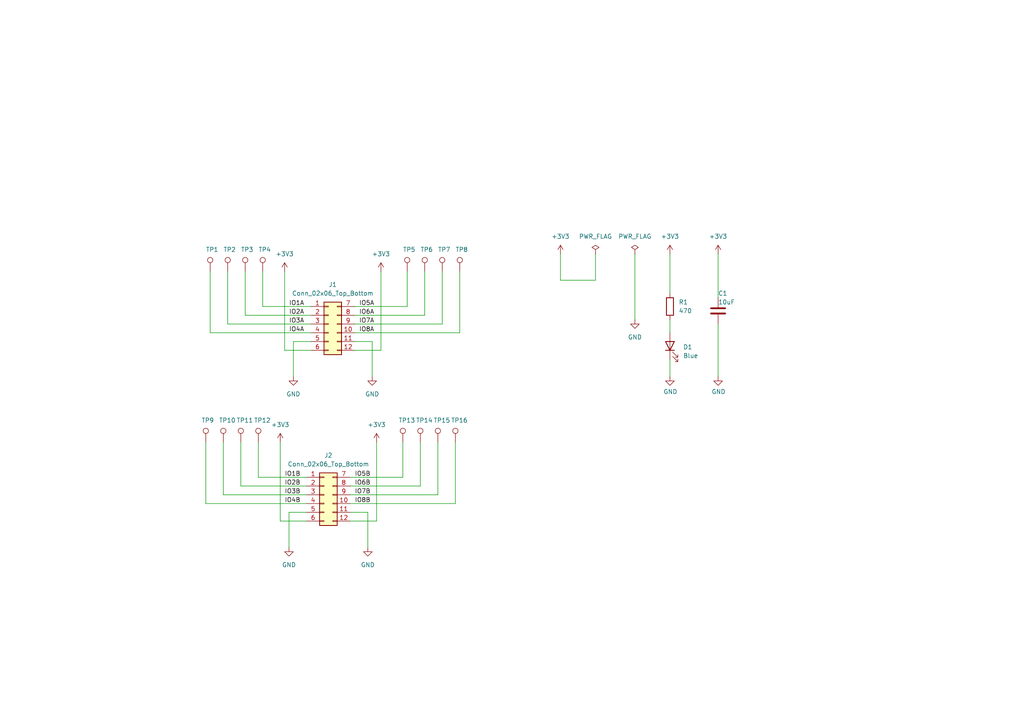
<source format=kicad_sch>
(kicad_sch (version 20211123) (generator eeschema)

  (uuid e9de1193-cbc9-4f63-9137-d1a34bf1c3a1)

  (paper "A4")

  (title_block
    (title "PMOD proto board")
    (date "2022-12-20")
    (rev "V1.0")
    (company "https://github.com/atoomnetmarc/PMOD-proto-board")
  )

  (lib_symbols
    (symbol "Connector:TestPoint" (pin_numbers hide) (pin_names (offset 0.762) hide) (in_bom yes) (on_board yes)
      (property "Reference" "TP" (id 0) (at 0 6.858 0)
        (effects (font (size 1.27 1.27)))
      )
      (property "Value" "TestPoint" (id 1) (at 0 5.08 0)
        (effects (font (size 1.27 1.27)))
      )
      (property "Footprint" "" (id 2) (at 5.08 0 0)
        (effects (font (size 1.27 1.27)) hide)
      )
      (property "Datasheet" "~" (id 3) (at 5.08 0 0)
        (effects (font (size 1.27 1.27)) hide)
      )
      (property "ki_keywords" "test point tp" (id 4) (at 0 0 0)
        (effects (font (size 1.27 1.27)) hide)
      )
      (property "ki_description" "test point" (id 5) (at 0 0 0)
        (effects (font (size 1.27 1.27)) hide)
      )
      (property "ki_fp_filters" "Pin* Test*" (id 6) (at 0 0 0)
        (effects (font (size 1.27 1.27)) hide)
      )
      (symbol "TestPoint_0_1"
        (circle (center 0 3.302) (radius 0.762)
          (stroke (width 0) (type default) (color 0 0 0 0))
          (fill (type none))
        )
      )
      (symbol "TestPoint_1_1"
        (pin passive line (at 0 0 90) (length 2.54)
          (name "1" (effects (font (size 1.27 1.27))))
          (number "1" (effects (font (size 1.27 1.27))))
        )
      )
    )
    (symbol "Connector_Generic:Conn_02x06_Top_Bottom" (pin_names (offset 1.016) hide) (in_bom yes) (on_board yes)
      (property "Reference" "J" (id 0) (at 1.27 7.62 0)
        (effects (font (size 1.27 1.27)))
      )
      (property "Value" "Conn_02x06_Top_Bottom" (id 1) (at 1.27 -10.16 0)
        (effects (font (size 1.27 1.27)))
      )
      (property "Footprint" "" (id 2) (at 0 0 0)
        (effects (font (size 1.27 1.27)) hide)
      )
      (property "Datasheet" "~" (id 3) (at 0 0 0)
        (effects (font (size 1.27 1.27)) hide)
      )
      (property "ki_keywords" "connector" (id 4) (at 0 0 0)
        (effects (font (size 1.27 1.27)) hide)
      )
      (property "ki_description" "Generic connector, double row, 02x06, top/bottom pin numbering scheme (row 1: 1...pins_per_row, row2: pins_per_row+1 ... num_pins), script generated (kicad-library-utils/schlib/autogen/connector/)" (id 5) (at 0 0 0)
        (effects (font (size 1.27 1.27)) hide)
      )
      (property "ki_fp_filters" "Connector*:*_2x??_*" (id 6) (at 0 0 0)
        (effects (font (size 1.27 1.27)) hide)
      )
      (symbol "Conn_02x06_Top_Bottom_1_1"
        (rectangle (start -1.27 -7.493) (end 0 -7.747)
          (stroke (width 0.1524) (type default) (color 0 0 0 0))
          (fill (type none))
        )
        (rectangle (start -1.27 -4.953) (end 0 -5.207)
          (stroke (width 0.1524) (type default) (color 0 0 0 0))
          (fill (type none))
        )
        (rectangle (start -1.27 -2.413) (end 0 -2.667)
          (stroke (width 0.1524) (type default) (color 0 0 0 0))
          (fill (type none))
        )
        (rectangle (start -1.27 0.127) (end 0 -0.127)
          (stroke (width 0.1524) (type default) (color 0 0 0 0))
          (fill (type none))
        )
        (rectangle (start -1.27 2.667) (end 0 2.413)
          (stroke (width 0.1524) (type default) (color 0 0 0 0))
          (fill (type none))
        )
        (rectangle (start -1.27 5.207) (end 0 4.953)
          (stroke (width 0.1524) (type default) (color 0 0 0 0))
          (fill (type none))
        )
        (rectangle (start -1.27 6.35) (end 3.81 -8.89)
          (stroke (width 0.254) (type default) (color 0 0 0 0))
          (fill (type background))
        )
        (rectangle (start 3.81 -7.493) (end 2.54 -7.747)
          (stroke (width 0.1524) (type default) (color 0 0 0 0))
          (fill (type none))
        )
        (rectangle (start 3.81 -4.953) (end 2.54 -5.207)
          (stroke (width 0.1524) (type default) (color 0 0 0 0))
          (fill (type none))
        )
        (rectangle (start 3.81 -2.413) (end 2.54 -2.667)
          (stroke (width 0.1524) (type default) (color 0 0 0 0))
          (fill (type none))
        )
        (rectangle (start 3.81 0.127) (end 2.54 -0.127)
          (stroke (width 0.1524) (type default) (color 0 0 0 0))
          (fill (type none))
        )
        (rectangle (start 3.81 2.667) (end 2.54 2.413)
          (stroke (width 0.1524) (type default) (color 0 0 0 0))
          (fill (type none))
        )
        (rectangle (start 3.81 5.207) (end 2.54 4.953)
          (stroke (width 0.1524) (type default) (color 0 0 0 0))
          (fill (type none))
        )
        (pin passive line (at -5.08 5.08 0) (length 3.81)
          (name "Pin_1" (effects (font (size 1.27 1.27))))
          (number "1" (effects (font (size 1.27 1.27))))
        )
        (pin passive line (at 7.62 -2.54 180) (length 3.81)
          (name "Pin_10" (effects (font (size 1.27 1.27))))
          (number "10" (effects (font (size 1.27 1.27))))
        )
        (pin passive line (at 7.62 -5.08 180) (length 3.81)
          (name "Pin_11" (effects (font (size 1.27 1.27))))
          (number "11" (effects (font (size 1.27 1.27))))
        )
        (pin passive line (at 7.62 -7.62 180) (length 3.81)
          (name "Pin_12" (effects (font (size 1.27 1.27))))
          (number "12" (effects (font (size 1.27 1.27))))
        )
        (pin passive line (at -5.08 2.54 0) (length 3.81)
          (name "Pin_2" (effects (font (size 1.27 1.27))))
          (number "2" (effects (font (size 1.27 1.27))))
        )
        (pin passive line (at -5.08 0 0) (length 3.81)
          (name "Pin_3" (effects (font (size 1.27 1.27))))
          (number "3" (effects (font (size 1.27 1.27))))
        )
        (pin passive line (at -5.08 -2.54 0) (length 3.81)
          (name "Pin_4" (effects (font (size 1.27 1.27))))
          (number "4" (effects (font (size 1.27 1.27))))
        )
        (pin passive line (at -5.08 -5.08 0) (length 3.81)
          (name "Pin_5" (effects (font (size 1.27 1.27))))
          (number "5" (effects (font (size 1.27 1.27))))
        )
        (pin passive line (at -5.08 -7.62 0) (length 3.81)
          (name "Pin_6" (effects (font (size 1.27 1.27))))
          (number "6" (effects (font (size 1.27 1.27))))
        )
        (pin passive line (at 7.62 5.08 180) (length 3.81)
          (name "Pin_7" (effects (font (size 1.27 1.27))))
          (number "7" (effects (font (size 1.27 1.27))))
        )
        (pin passive line (at 7.62 2.54 180) (length 3.81)
          (name "Pin_8" (effects (font (size 1.27 1.27))))
          (number "8" (effects (font (size 1.27 1.27))))
        )
        (pin passive line (at 7.62 0 180) (length 3.81)
          (name "Pin_9" (effects (font (size 1.27 1.27))))
          (number "9" (effects (font (size 1.27 1.27))))
        )
      )
    )
    (symbol "Device:C" (pin_numbers hide) (pin_names (offset 0.254)) (in_bom yes) (on_board yes)
      (property "Reference" "C" (id 0) (at 0.635 2.54 0)
        (effects (font (size 1.27 1.27)) (justify left))
      )
      (property "Value" "C" (id 1) (at 0.635 -2.54 0)
        (effects (font (size 1.27 1.27)) (justify left))
      )
      (property "Footprint" "" (id 2) (at 0.9652 -3.81 0)
        (effects (font (size 1.27 1.27)) hide)
      )
      (property "Datasheet" "~" (id 3) (at 0 0 0)
        (effects (font (size 1.27 1.27)) hide)
      )
      (property "ki_keywords" "cap capacitor" (id 4) (at 0 0 0)
        (effects (font (size 1.27 1.27)) hide)
      )
      (property "ki_description" "Unpolarized capacitor" (id 5) (at 0 0 0)
        (effects (font (size 1.27 1.27)) hide)
      )
      (property "ki_fp_filters" "C_*" (id 6) (at 0 0 0)
        (effects (font (size 1.27 1.27)) hide)
      )
      (symbol "C_0_1"
        (polyline
          (pts
            (xy -2.032 -0.762)
            (xy 2.032 -0.762)
          )
          (stroke (width 0.508) (type default) (color 0 0 0 0))
          (fill (type none))
        )
        (polyline
          (pts
            (xy -2.032 0.762)
            (xy 2.032 0.762)
          )
          (stroke (width 0.508) (type default) (color 0 0 0 0))
          (fill (type none))
        )
      )
      (symbol "C_1_1"
        (pin passive line (at 0 3.81 270) (length 2.794)
          (name "~" (effects (font (size 1.27 1.27))))
          (number "1" (effects (font (size 1.27 1.27))))
        )
        (pin passive line (at 0 -3.81 90) (length 2.794)
          (name "~" (effects (font (size 1.27 1.27))))
          (number "2" (effects (font (size 1.27 1.27))))
        )
      )
    )
    (symbol "Device:LED" (pin_numbers hide) (pin_names (offset 1.016) hide) (in_bom yes) (on_board yes)
      (property "Reference" "D" (id 0) (at 0 2.54 0)
        (effects (font (size 1.27 1.27)))
      )
      (property "Value" "LED" (id 1) (at 0 -2.54 0)
        (effects (font (size 1.27 1.27)))
      )
      (property "Footprint" "" (id 2) (at 0 0 0)
        (effects (font (size 1.27 1.27)) hide)
      )
      (property "Datasheet" "~" (id 3) (at 0 0 0)
        (effects (font (size 1.27 1.27)) hide)
      )
      (property "ki_keywords" "LED diode" (id 4) (at 0 0 0)
        (effects (font (size 1.27 1.27)) hide)
      )
      (property "ki_description" "Light emitting diode" (id 5) (at 0 0 0)
        (effects (font (size 1.27 1.27)) hide)
      )
      (property "ki_fp_filters" "LED* LED_SMD:* LED_THT:*" (id 6) (at 0 0 0)
        (effects (font (size 1.27 1.27)) hide)
      )
      (symbol "LED_0_1"
        (polyline
          (pts
            (xy -1.27 -1.27)
            (xy -1.27 1.27)
          )
          (stroke (width 0.254) (type default) (color 0 0 0 0))
          (fill (type none))
        )
        (polyline
          (pts
            (xy -1.27 0)
            (xy 1.27 0)
          )
          (stroke (width 0) (type default) (color 0 0 0 0))
          (fill (type none))
        )
        (polyline
          (pts
            (xy 1.27 -1.27)
            (xy 1.27 1.27)
            (xy -1.27 0)
            (xy 1.27 -1.27)
          )
          (stroke (width 0.254) (type default) (color 0 0 0 0))
          (fill (type none))
        )
        (polyline
          (pts
            (xy -3.048 -0.762)
            (xy -4.572 -2.286)
            (xy -3.81 -2.286)
            (xy -4.572 -2.286)
            (xy -4.572 -1.524)
          )
          (stroke (width 0) (type default) (color 0 0 0 0))
          (fill (type none))
        )
        (polyline
          (pts
            (xy -1.778 -0.762)
            (xy -3.302 -2.286)
            (xy -2.54 -2.286)
            (xy -3.302 -2.286)
            (xy -3.302 -1.524)
          )
          (stroke (width 0) (type default) (color 0 0 0 0))
          (fill (type none))
        )
      )
      (symbol "LED_1_1"
        (pin passive line (at -3.81 0 0) (length 2.54)
          (name "K" (effects (font (size 1.27 1.27))))
          (number "1" (effects (font (size 1.27 1.27))))
        )
        (pin passive line (at 3.81 0 180) (length 2.54)
          (name "A" (effects (font (size 1.27 1.27))))
          (number "2" (effects (font (size 1.27 1.27))))
        )
      )
    )
    (symbol "Device:R" (pin_numbers hide) (pin_names (offset 0)) (in_bom yes) (on_board yes)
      (property "Reference" "R" (id 0) (at 2.032 0 90)
        (effects (font (size 1.27 1.27)))
      )
      (property "Value" "R" (id 1) (at 0 0 90)
        (effects (font (size 1.27 1.27)))
      )
      (property "Footprint" "" (id 2) (at -1.778 0 90)
        (effects (font (size 1.27 1.27)) hide)
      )
      (property "Datasheet" "~" (id 3) (at 0 0 0)
        (effects (font (size 1.27 1.27)) hide)
      )
      (property "ki_keywords" "R res resistor" (id 4) (at 0 0 0)
        (effects (font (size 1.27 1.27)) hide)
      )
      (property "ki_description" "Resistor" (id 5) (at 0 0 0)
        (effects (font (size 1.27 1.27)) hide)
      )
      (property "ki_fp_filters" "R_*" (id 6) (at 0 0 0)
        (effects (font (size 1.27 1.27)) hide)
      )
      (symbol "R_0_1"
        (rectangle (start -1.016 -2.54) (end 1.016 2.54)
          (stroke (width 0.254) (type default) (color 0 0 0 0))
          (fill (type none))
        )
      )
      (symbol "R_1_1"
        (pin passive line (at 0 3.81 270) (length 1.27)
          (name "~" (effects (font (size 1.27 1.27))))
          (number "1" (effects (font (size 1.27 1.27))))
        )
        (pin passive line (at 0 -3.81 90) (length 1.27)
          (name "~" (effects (font (size 1.27 1.27))))
          (number "2" (effects (font (size 1.27 1.27))))
        )
      )
    )
    (symbol "power:+3V3" (power) (pin_names (offset 0)) (in_bom yes) (on_board yes)
      (property "Reference" "#PWR" (id 0) (at 0 -3.81 0)
        (effects (font (size 1.27 1.27)) hide)
      )
      (property "Value" "+3V3" (id 1) (at 0 3.556 0)
        (effects (font (size 1.27 1.27)))
      )
      (property "Footprint" "" (id 2) (at 0 0 0)
        (effects (font (size 1.27 1.27)) hide)
      )
      (property "Datasheet" "" (id 3) (at 0 0 0)
        (effects (font (size 1.27 1.27)) hide)
      )
      (property "ki_keywords" "power-flag" (id 4) (at 0 0 0)
        (effects (font (size 1.27 1.27)) hide)
      )
      (property "ki_description" "Power symbol creates a global label with name \"+3V3\"" (id 5) (at 0 0 0)
        (effects (font (size 1.27 1.27)) hide)
      )
      (symbol "+3V3_0_1"
        (polyline
          (pts
            (xy -0.762 1.27)
            (xy 0 2.54)
          )
          (stroke (width 0) (type default) (color 0 0 0 0))
          (fill (type none))
        )
        (polyline
          (pts
            (xy 0 0)
            (xy 0 2.54)
          )
          (stroke (width 0) (type default) (color 0 0 0 0))
          (fill (type none))
        )
        (polyline
          (pts
            (xy 0 2.54)
            (xy 0.762 1.27)
          )
          (stroke (width 0) (type default) (color 0 0 0 0))
          (fill (type none))
        )
      )
      (symbol "+3V3_1_1"
        (pin power_in line (at 0 0 90) (length 0) hide
          (name "+3V3" (effects (font (size 1.27 1.27))))
          (number "1" (effects (font (size 1.27 1.27))))
        )
      )
    )
    (symbol "power:GND" (power) (pin_names (offset 0)) (in_bom yes) (on_board yes)
      (property "Reference" "#PWR" (id 0) (at 0 -6.35 0)
        (effects (font (size 1.27 1.27)) hide)
      )
      (property "Value" "GND" (id 1) (at 0 -3.81 0)
        (effects (font (size 1.27 1.27)))
      )
      (property "Footprint" "" (id 2) (at 0 0 0)
        (effects (font (size 1.27 1.27)) hide)
      )
      (property "Datasheet" "" (id 3) (at 0 0 0)
        (effects (font (size 1.27 1.27)) hide)
      )
      (property "ki_keywords" "power-flag" (id 4) (at 0 0 0)
        (effects (font (size 1.27 1.27)) hide)
      )
      (property "ki_description" "Power symbol creates a global label with name \"GND\" , ground" (id 5) (at 0 0 0)
        (effects (font (size 1.27 1.27)) hide)
      )
      (symbol "GND_0_1"
        (polyline
          (pts
            (xy 0 0)
            (xy 0 -1.27)
            (xy 1.27 -1.27)
            (xy 0 -2.54)
            (xy -1.27 -1.27)
            (xy 0 -1.27)
          )
          (stroke (width 0) (type default) (color 0 0 0 0))
          (fill (type none))
        )
      )
      (symbol "GND_1_1"
        (pin power_in line (at 0 0 270) (length 0) hide
          (name "GND" (effects (font (size 1.27 1.27))))
          (number "1" (effects (font (size 1.27 1.27))))
        )
      )
    )
    (symbol "power:PWR_FLAG" (power) (pin_numbers hide) (pin_names (offset 0) hide) (in_bom yes) (on_board yes)
      (property "Reference" "#FLG" (id 0) (at 0 1.905 0)
        (effects (font (size 1.27 1.27)) hide)
      )
      (property "Value" "PWR_FLAG" (id 1) (at 0 3.81 0)
        (effects (font (size 1.27 1.27)))
      )
      (property "Footprint" "" (id 2) (at 0 0 0)
        (effects (font (size 1.27 1.27)) hide)
      )
      (property "Datasheet" "~" (id 3) (at 0 0 0)
        (effects (font (size 1.27 1.27)) hide)
      )
      (property "ki_keywords" "power-flag" (id 4) (at 0 0 0)
        (effects (font (size 1.27 1.27)) hide)
      )
      (property "ki_description" "Special symbol for telling ERC where power comes from" (id 5) (at 0 0 0)
        (effects (font (size 1.27 1.27)) hide)
      )
      (symbol "PWR_FLAG_0_0"
        (pin power_out line (at 0 0 90) (length 0)
          (name "pwr" (effects (font (size 1.27 1.27))))
          (number "1" (effects (font (size 1.27 1.27))))
        )
      )
      (symbol "PWR_FLAG_0_1"
        (polyline
          (pts
            (xy 0 0)
            (xy 0 1.27)
            (xy -1.016 1.905)
            (xy 0 2.54)
            (xy 1.016 1.905)
            (xy 0 1.27)
          )
          (stroke (width 0) (type default) (color 0 0 0 0))
          (fill (type none))
        )
      )
    )
  )


  (wire (pts (xy 102.87 93.98) (xy 128.27 93.98))
    (stroke (width 0) (type default) (color 0 0 0 0))
    (uuid 02f77a3c-d6bd-4cf3-823f-d00ad695bfa4)
  )
  (wire (pts (xy 101.6 146.05) (xy 132.08 146.05))
    (stroke (width 0) (type default) (color 0 0 0 0))
    (uuid 0621c1c3-8d0f-4e21-b9b5-2bfde987074a)
  )
  (wire (pts (xy 127 143.51) (xy 127 128.27))
    (stroke (width 0) (type default) (color 0 0 0 0))
    (uuid 0f2e85b1-f527-4f19-9775-e7ca7ca0b3a9)
  )
  (wire (pts (xy 88.9 143.51) (xy 64.77 143.51))
    (stroke (width 0) (type default) (color 0 0 0 0))
    (uuid 1485f07f-b8e5-4c7f-bd73-9954d079adfe)
  )
  (wire (pts (xy 64.77 143.51) (xy 64.77 128.27))
    (stroke (width 0) (type default) (color 0 0 0 0))
    (uuid 14fa5f29-54f7-4191-85e3-42a808988034)
  )
  (wire (pts (xy 82.55 101.6) (xy 82.55 78.74))
    (stroke (width 0) (type default) (color 0 0 0 0))
    (uuid 1fe44d6c-9aa3-48bf-9d42-c0fbbfeb386a)
  )
  (wire (pts (xy 102.87 96.52) (xy 133.35 96.52))
    (stroke (width 0) (type default) (color 0 0 0 0))
    (uuid 20a8e53e-5ac3-4bbc-ad1a-c3e2b8b1d7e5)
  )
  (wire (pts (xy 81.28 151.13) (xy 88.9 151.13))
    (stroke (width 0) (type default) (color 0 0 0 0))
    (uuid 23483a21-bae8-4c9c-871a-97b6bcdf1676)
  )
  (wire (pts (xy 172.72 81.28) (xy 162.56 81.28))
    (stroke (width 0) (type default) (color 0 0 0 0))
    (uuid 28e291c6-9805-4987-9853-7668eb86dfd4)
  )
  (wire (pts (xy 194.31 96.52) (xy 194.31 92.71))
    (stroke (width 0) (type default) (color 0 0 0 0))
    (uuid 296978e8-1d4e-47a9-b06c-ba73d15ca8f7)
  )
  (wire (pts (xy 121.92 140.97) (xy 121.92 128.27))
    (stroke (width 0) (type default) (color 0 0 0 0))
    (uuid 2a07b84a-0539-449e-9b80-ffae3e99aad4)
  )
  (wire (pts (xy 74.93 138.43) (xy 74.93 128.27))
    (stroke (width 0) (type default) (color 0 0 0 0))
    (uuid 30c08774-ad2a-4dd8-a1c4-2afabcdd5928)
  )
  (wire (pts (xy 102.87 91.44) (xy 123.19 91.44))
    (stroke (width 0) (type default) (color 0 0 0 0))
    (uuid 33fbb824-5c29-4006-99e4-ade74b916b3b)
  )
  (wire (pts (xy 107.95 99.06) (xy 107.95 109.22))
    (stroke (width 0) (type default) (color 0 0 0 0))
    (uuid 39b7eaed-7b6a-4e8e-b585-ecc4bcc7d38d)
  )
  (wire (pts (xy 194.31 104.14) (xy 194.31 109.22))
    (stroke (width 0) (type default) (color 0 0 0 0))
    (uuid 3e11929e-2010-468c-814a-5ac0e56254ad)
  )
  (wire (pts (xy 102.87 88.9) (xy 118.11 88.9))
    (stroke (width 0) (type default) (color 0 0 0 0))
    (uuid 423b871b-d249-4a56-a9e0-7712b94b51d8)
  )
  (wire (pts (xy 184.15 73.66) (xy 184.15 92.71))
    (stroke (width 0) (type default) (color 0 0 0 0))
    (uuid 48533e79-a455-4da4-9425-2004e37c00be)
  )
  (wire (pts (xy 88.9 140.97) (xy 69.85 140.97))
    (stroke (width 0) (type default) (color 0 0 0 0))
    (uuid 4cd19e29-5b9b-48b4-9367-8d316c93cf17)
  )
  (wire (pts (xy 123.19 91.44) (xy 123.19 78.74))
    (stroke (width 0) (type default) (color 0 0 0 0))
    (uuid 4d0cca39-c944-4d1c-bdf5-57f4fd89865c)
  )
  (wire (pts (xy 110.49 101.6) (xy 110.49 78.74))
    (stroke (width 0) (type default) (color 0 0 0 0))
    (uuid 4fef74a9-6c6f-4ffd-aab1-ca34178c6653)
  )
  (wire (pts (xy 132.08 146.05) (xy 132.08 128.27))
    (stroke (width 0) (type default) (color 0 0 0 0))
    (uuid 511b6365-e0f2-4539-a919-2e1482fd2ec4)
  )
  (wire (pts (xy 90.17 93.98) (xy 66.04 93.98))
    (stroke (width 0) (type default) (color 0 0 0 0))
    (uuid 55ea6205-d275-48ee-a6ba-83915ea43a69)
  )
  (wire (pts (xy 82.55 101.6) (xy 90.17 101.6))
    (stroke (width 0) (type default) (color 0 0 0 0))
    (uuid 5f85ec17-bf65-4621-aa1c-16aa5e72c2d2)
  )
  (wire (pts (xy 88.9 146.05) (xy 59.69 146.05))
    (stroke (width 0) (type default) (color 0 0 0 0))
    (uuid 6d8c7cea-55e2-4d7d-b680-fe41f69f8e61)
  )
  (wire (pts (xy 109.22 151.13) (xy 109.22 128.27))
    (stroke (width 0) (type default) (color 0 0 0 0))
    (uuid 6f2d30cb-dfb0-4d10-8986-053d26b664a8)
  )
  (wire (pts (xy 118.11 88.9) (xy 118.11 78.74))
    (stroke (width 0) (type default) (color 0 0 0 0))
    (uuid 74f6a048-748f-4ba2-a957-7a989f7a1d0d)
  )
  (wire (pts (xy 102.87 101.6) (xy 110.49 101.6))
    (stroke (width 0) (type default) (color 0 0 0 0))
    (uuid 79c958b9-fcbb-4345-958c-c7c8f6e81738)
  )
  (wire (pts (xy 101.6 151.13) (xy 109.22 151.13))
    (stroke (width 0) (type default) (color 0 0 0 0))
    (uuid 7a9e13b9-3fb1-4fa4-abed-393625eebbb5)
  )
  (wire (pts (xy 85.09 99.06) (xy 90.17 99.06))
    (stroke (width 0) (type default) (color 0 0 0 0))
    (uuid 7ad50841-27a9-4b05-8487-19d726785785)
  )
  (wire (pts (xy 101.6 140.97) (xy 121.92 140.97))
    (stroke (width 0) (type default) (color 0 0 0 0))
    (uuid 7ffbd143-9adb-4d3e-af40-2c6ad6fe2cbd)
  )
  (wire (pts (xy 128.27 93.98) (xy 128.27 78.74))
    (stroke (width 0) (type default) (color 0 0 0 0))
    (uuid 83f468f4-c99c-499f-9a4e-3906242226d8)
  )
  (wire (pts (xy 69.85 140.97) (xy 69.85 128.27))
    (stroke (width 0) (type default) (color 0 0 0 0))
    (uuid 8ad41da7-6fd1-4568-ac1c-75f7339743ea)
  )
  (wire (pts (xy 101.6 143.51) (xy 127 143.51))
    (stroke (width 0) (type default) (color 0 0 0 0))
    (uuid 9ab25142-d5b4-41a8-806e-8e02f6f59620)
  )
  (wire (pts (xy 60.96 96.52) (xy 60.96 78.74))
    (stroke (width 0) (type default) (color 0 0 0 0))
    (uuid a182c1c1-db0e-40fd-b67e-99cae5471348)
  )
  (wire (pts (xy 133.35 96.52) (xy 133.35 78.74))
    (stroke (width 0) (type default) (color 0 0 0 0))
    (uuid aabc8e38-86df-4b53-b756-a13cc6053d27)
  )
  (wire (pts (xy 194.31 73.66) (xy 194.31 85.09))
    (stroke (width 0) (type default) (color 0 0 0 0))
    (uuid ac51f087-1f59-4c81-b854-70fa865c0b71)
  )
  (wire (pts (xy 76.2 88.9) (xy 76.2 78.74))
    (stroke (width 0) (type default) (color 0 0 0 0))
    (uuid b126d994-4429-45bb-91fe-0b3dcb3eff13)
  )
  (wire (pts (xy 85.09 99.06) (xy 85.09 109.22))
    (stroke (width 0) (type default) (color 0 0 0 0))
    (uuid b2c981b0-5247-4eca-8ffe-93b82946ca8c)
  )
  (wire (pts (xy 90.17 88.9) (xy 76.2 88.9))
    (stroke (width 0) (type default) (color 0 0 0 0))
    (uuid cb47042a-a11e-4c4f-b402-008f0b58c7e7)
  )
  (wire (pts (xy 59.69 146.05) (xy 59.69 128.27))
    (stroke (width 0) (type default) (color 0 0 0 0))
    (uuid cdc3151d-9a9f-4c39-a2e6-cb728dc43510)
  )
  (wire (pts (xy 101.6 148.59) (xy 106.68 148.59))
    (stroke (width 0) (type default) (color 0 0 0 0))
    (uuid d403848e-3d0f-462d-b005-622211430b22)
  )
  (wire (pts (xy 83.82 148.59) (xy 88.9 148.59))
    (stroke (width 0) (type default) (color 0 0 0 0))
    (uuid d87014f9-1083-4f54-a846-6ba08f6678cd)
  )
  (wire (pts (xy 88.9 138.43) (xy 74.93 138.43))
    (stroke (width 0) (type default) (color 0 0 0 0))
    (uuid dad12845-bc57-4dc8-beb7-d8a9bd219cec)
  )
  (wire (pts (xy 106.68 148.59) (xy 106.68 158.75))
    (stroke (width 0) (type default) (color 0 0 0 0))
    (uuid db0026bb-7ec1-4525-877c-b341ea53fcf7)
  )
  (wire (pts (xy 90.17 96.52) (xy 60.96 96.52))
    (stroke (width 0) (type default) (color 0 0 0 0))
    (uuid dc90d2a2-f7c3-49cd-9a3f-a252a858b7d4)
  )
  (wire (pts (xy 66.04 93.98) (xy 66.04 78.74))
    (stroke (width 0) (type default) (color 0 0 0 0))
    (uuid dca47e77-355b-40fe-a195-b113c5b37a34)
  )
  (wire (pts (xy 81.28 151.13) (xy 81.28 128.27))
    (stroke (width 0) (type default) (color 0 0 0 0))
    (uuid e02e7cb2-e67d-4aea-8683-97a78d4e0819)
  )
  (wire (pts (xy 162.56 81.28) (xy 162.56 73.66))
    (stroke (width 0) (type default) (color 0 0 0 0))
    (uuid e3da32c3-ca27-46eb-9998-c28bf778165f)
  )
  (wire (pts (xy 71.12 91.44) (xy 71.12 78.74))
    (stroke (width 0) (type default) (color 0 0 0 0))
    (uuid e5a2e355-2586-44b8-aa41-6a0039e8e5f8)
  )
  (wire (pts (xy 83.82 148.59) (xy 83.82 158.75))
    (stroke (width 0) (type default) (color 0 0 0 0))
    (uuid e87822ac-f67f-4183-83e5-72b55868c373)
  )
  (wire (pts (xy 101.6 138.43) (xy 116.84 138.43))
    (stroke (width 0) (type default) (color 0 0 0 0))
    (uuid ebfa3a13-f2fb-4048-af09-dee3a470a3a6)
  )
  (wire (pts (xy 208.28 73.66) (xy 208.28 86.36))
    (stroke (width 0) (type default) (color 0 0 0 0))
    (uuid ed3fecda-2511-45ad-84ca-498522f4f679)
  )
  (wire (pts (xy 90.17 91.44) (xy 71.12 91.44))
    (stroke (width 0) (type default) (color 0 0 0 0))
    (uuid fa90da6b-ab3d-4e4b-a414-86669561cab8)
  )
  (wire (pts (xy 208.28 93.98) (xy 208.28 109.22))
    (stroke (width 0) (type default) (color 0 0 0 0))
    (uuid fd498271-0e83-4e8d-b614-cc83f32805d5)
  )
  (wire (pts (xy 172.72 73.66) (xy 172.72 81.28))
    (stroke (width 0) (type default) (color 0 0 0 0))
    (uuid ff679ff7-4526-4cf3-a83d-d6f2e48477c7)
  )
  (wire (pts (xy 116.84 138.43) (xy 116.84 128.27))
    (stroke (width 0) (type default) (color 0 0 0 0))
    (uuid ff95c42b-fe0e-4d73-9d60-805fba28563d)
  )
  (wire (pts (xy 102.87 99.06) (xy 107.95 99.06))
    (stroke (width 0) (type default) (color 0 0 0 0))
    (uuid ff9ee7fc-c119-4df3-bcb5-6312dfd0f6c1)
  )

  (label "IO4A" (at 83.82 96.52 0)
    (effects (font (size 1.27 1.27)) (justify left bottom))
    (uuid 054014ab-0e47-4a70-a856-e23dc7e3cec3)
  )
  (label "IO8B" (at 102.87 146.05 0)
    (effects (font (size 1.27 1.27)) (justify left bottom))
    (uuid 0c4a4f7d-7375-411b-a569-39641c589c17)
  )
  (label "IO1A" (at 83.82 88.9 0)
    (effects (font (size 1.27 1.27)) (justify left bottom))
    (uuid 0dca31f2-abb5-4cb5-a4b9-878480c35383)
  )
  (label "IO7A" (at 104.14 93.98 0)
    (effects (font (size 1.27 1.27)) (justify left bottom))
    (uuid 1238d184-0201-4629-b1d3-52c6a641612e)
  )
  (label "IO5B" (at 102.87 138.43 0)
    (effects (font (size 1.27 1.27)) (justify left bottom))
    (uuid 1d7cba9f-90d1-4c85-a3e7-c535075bec13)
  )
  (label "IO1B" (at 82.55 138.43 0)
    (effects (font (size 1.27 1.27)) (justify left bottom))
    (uuid 1ed43035-f0a1-4473-a4d9-561d8c641986)
  )
  (label "IO6A" (at 104.14 91.44 0)
    (effects (font (size 1.27 1.27)) (justify left bottom))
    (uuid 3f2820bc-9058-4328-93ec-06eaa4ddd10c)
  )
  (label "IO5A" (at 104.14 88.9 0)
    (effects (font (size 1.27 1.27)) (justify left bottom))
    (uuid 4e6bec8d-fb8d-40f3-8945-2c36cbcf2fa4)
  )
  (label "IO8A" (at 104.14 96.52 0)
    (effects (font (size 1.27 1.27)) (justify left bottom))
    (uuid 582e75be-394a-487e-877b-6b3da54650ec)
  )
  (label "IO4B" (at 82.55 146.05 0)
    (effects (font (size 1.27 1.27)) (justify left bottom))
    (uuid 5f3cd768-75d1-4d7f-961f-22d626b7c9d4)
  )
  (label "IO3A" (at 83.82 93.98 0)
    (effects (font (size 1.27 1.27)) (justify left bottom))
    (uuid 7137ab7b-3b9f-49c9-9069-b0b6093bcecf)
  )
  (label "IO7B" (at 102.87 143.51 0)
    (effects (font (size 1.27 1.27)) (justify left bottom))
    (uuid 9475f15b-f085-412c-87eb-0d5c298fce1b)
  )
  (label "IO2A" (at 83.82 91.44 0)
    (effects (font (size 1.27 1.27)) (justify left bottom))
    (uuid a964ffa1-b6a1-4494-83b5-09a61d71bb50)
  )
  (label "IO3B" (at 82.55 143.51 0)
    (effects (font (size 1.27 1.27)) (justify left bottom))
    (uuid adf524a0-d538-4a6b-884b-6a551a1fdb5a)
  )
  (label "IO6B" (at 102.87 140.97 0)
    (effects (font (size 1.27 1.27)) (justify left bottom))
    (uuid e773dc88-0d17-4757-8e92-ff4aae5ca345)
  )
  (label "IO2B" (at 82.55 140.97 0)
    (effects (font (size 1.27 1.27)) (justify left bottom))
    (uuid f36be237-b38f-440b-8609-7c0b07025d7b)
  )

  (symbol (lib_id "Device:LED") (at 194.31 100.33 90) (unit 1)
    (in_bom yes) (on_board yes) (fields_autoplaced)
    (uuid 00e5f506-83f8-4b7a-b234-7122820eac4f)
    (property "Reference" "D1" (id 0) (at 198.12 100.6474 90)
      (effects (font (size 1.27 1.27)) (justify right))
    )
    (property "Value" "Blue" (id 1) (at 198.12 103.1874 90)
      (effects (font (size 1.27 1.27)) (justify right))
    )
    (property "Footprint" "LED_SMD:LED_0805_2012Metric_Pad1.15x1.40mm_HandSolder" (id 2) (at 194.31 100.33 0)
      (effects (font (size 1.27 1.27)) hide)
    )
    (property "Datasheet" "~" (id 3) (at 194.31 100.33 0)
      (effects (font (size 1.27 1.27)) hide)
    )
    (pin "1" (uuid d784ebb8-d077-439d-9f21-9d858ad6b2a0))
    (pin "2" (uuid 9a623bc3-e402-40aa-ac52-837978cbbf2f))
  )

  (symbol (lib_id "Connector:TestPoint") (at 76.2 78.74 0) (unit 1)
    (in_bom no) (on_board yes)
    (uuid 065b105e-67f1-4aa5-b241-5a0edc975a88)
    (property "Reference" "TP4" (id 0) (at 74.93 72.39 0)
      (effects (font (size 1.27 1.27)) (justify left))
    )
    (property "Value" "TestPoint" (id 1) (at 78.74 76.7079 0)
      (effects (font (size 1.27 1.27)) (justify left) hide)
    )
    (property "Footprint" "TestPoint-extra:TestPoint_THTPad_D1.7mm_Drill1.0mm-naked" (id 2) (at 81.28 78.74 0)
      (effects (font (size 1.27 1.27)) hide)
    )
    (property "Datasheet" "~" (id 3) (at 81.28 78.74 0)
      (effects (font (size 1.27 1.27)) hide)
    )
    (pin "1" (uuid 31b9fc78-dd67-4407-98d8-dd1f69e628b0))
  )

  (symbol (lib_id "Connector:TestPoint") (at 128.27 78.74 0) (unit 1)
    (in_bom no) (on_board yes)
    (uuid 0bcfdb3a-6d87-4d5e-9b42-213accef0315)
    (property "Reference" "TP7" (id 0) (at 127 72.39 0)
      (effects (font (size 1.27 1.27)) (justify left))
    )
    (property "Value" "TestPoint" (id 1) (at 130.81 76.7079 0)
      (effects (font (size 1.27 1.27)) (justify left) hide)
    )
    (property "Footprint" "TestPoint-extra:TestPoint_THTPad_D1.7mm_Drill1.0mm-naked" (id 2) (at 133.35 78.74 0)
      (effects (font (size 1.27 1.27)) hide)
    )
    (property "Datasheet" "~" (id 3) (at 133.35 78.74 0)
      (effects (font (size 1.27 1.27)) hide)
    )
    (pin "1" (uuid b5adf7f3-a82a-400b-b6d0-bdf72682a92f))
  )

  (symbol (lib_id "Connector:TestPoint") (at 127 128.27 0) (unit 1)
    (in_bom no) (on_board yes)
    (uuid 0d71cade-63d3-4264-af44-5c23829393e8)
    (property "Reference" "TP15" (id 0) (at 125.73 121.92 0)
      (effects (font (size 1.27 1.27)) (justify left))
    )
    (property "Value" "TestPoint" (id 1) (at 129.54 126.2379 0)
      (effects (font (size 1.27 1.27)) (justify left) hide)
    )
    (property "Footprint" "TestPoint-extra:TestPoint_THTPad_D1.7mm_Drill1.0mm-naked" (id 2) (at 132.08 128.27 0)
      (effects (font (size 1.27 1.27)) hide)
    )
    (property "Datasheet" "~" (id 3) (at 132.08 128.27 0)
      (effects (font (size 1.27 1.27)) hide)
    )
    (pin "1" (uuid 53be541a-9690-4255-b696-23e34d92932f))
  )

  (symbol (lib_id "Connector_Generic:Conn_02x06_Top_Bottom") (at 95.25 93.98 0) (unit 1)
    (in_bom yes) (on_board yes) (fields_autoplaced)
    (uuid 19c0ff03-9ef8-46c0-877e-4e8ab9b074ef)
    (property "Reference" "J1" (id 0) (at 96.52 82.55 0))
    (property "Value" "Conn_02x06_Top_Bottom" (id 1) (at 96.52 85.09 0))
    (property "Footprint" "Connector_PinHeader_2.54mm-extra:PinHeader_2x06_P2.54mm_Horizontal_Top_Bottom" (id 2) (at 95.25 93.98 0)
      (effects (font (size 1.27 1.27)) hide)
    )
    (property "Datasheet" "~" (id 3) (at 95.25 93.98 0)
      (effects (font (size 1.27 1.27)) hide)
    )
    (pin "1" (uuid 190d1afc-14f4-413d-ac2d-42a91084b211))
    (pin "10" (uuid 18a76153-0f44-46ab-9216-17e9376af4dc))
    (pin "11" (uuid afdc90cb-4c26-41e8-beaf-84d302364dd4))
    (pin "12" (uuid 5fbc2489-b320-4d78-b7c1-2a3ded641e91))
    (pin "2" (uuid 667d4948-1813-45cc-92ca-f3788b7c3731))
    (pin "3" (uuid bc417cc9-234c-4885-8281-75264ca7e798))
    (pin "4" (uuid c37c4f0a-11f6-4d3c-9749-79d0ae20e794))
    (pin "5" (uuid be56bfcf-71d2-4f84-a70d-b644d466fb0d))
    (pin "6" (uuid 7a292e92-35cf-4861-a73a-a6e287a839c8))
    (pin "7" (uuid b992d978-7bff-4c53-8f96-19809b5a4688))
    (pin "8" (uuid 9b710a05-fd84-4bee-941a-6009a04af5d9))
    (pin "9" (uuid 4961051b-11b5-4793-a176-1df2339a0583))
  )

  (symbol (lib_id "power:+3V3") (at 109.22 128.27 0) (unit 1)
    (in_bom yes) (on_board yes) (fields_autoplaced)
    (uuid 20649757-5b2a-4389-a238-96ee1eaec72f)
    (property "Reference" "#PWR08" (id 0) (at 109.22 132.08 0)
      (effects (font (size 1.27 1.27)) hide)
    )
    (property "Value" "+3V3" (id 1) (at 109.22 123.19 0))
    (property "Footprint" "" (id 2) (at 109.22 128.27 0)
      (effects (font (size 1.27 1.27)) hide)
    )
    (property "Datasheet" "" (id 3) (at 109.22 128.27 0)
      (effects (font (size 1.27 1.27)) hide)
    )
    (pin "1" (uuid 81a77791-1523-490d-b2b2-694c8a3b6398))
  )

  (symbol (lib_id "power:GND") (at 107.95 109.22 0) (unit 1)
    (in_bom yes) (on_board yes) (fields_autoplaced)
    (uuid 2f6842f9-8ee9-483c-9fea-bc522ec26dbe)
    (property "Reference" "#PWR03" (id 0) (at 107.95 115.57 0)
      (effects (font (size 1.27 1.27)) hide)
    )
    (property "Value" "GND" (id 1) (at 107.95 114.3 0))
    (property "Footprint" "" (id 2) (at 107.95 109.22 0)
      (effects (font (size 1.27 1.27)) hide)
    )
    (property "Datasheet" "" (id 3) (at 107.95 109.22 0)
      (effects (font (size 1.27 1.27)) hide)
    )
    (pin "1" (uuid 41641235-fc04-4ab3-b9c5-042379818f3c))
  )

  (symbol (lib_id "Connector:TestPoint") (at 133.35 78.74 0) (unit 1)
    (in_bom no) (on_board yes)
    (uuid 3777ff56-049e-4c26-bd6f-1ae9fcfc1849)
    (property "Reference" "TP8" (id 0) (at 132.08 72.39 0)
      (effects (font (size 1.27 1.27)) (justify left))
    )
    (property "Value" "TestPoint" (id 1) (at 135.89 76.7079 0)
      (effects (font (size 1.27 1.27)) (justify left) hide)
    )
    (property "Footprint" "TestPoint-extra:TestPoint_THTPad_D1.7mm_Drill1.0mm-naked" (id 2) (at 138.43 78.74 0)
      (effects (font (size 1.27 1.27)) hide)
    )
    (property "Datasheet" "~" (id 3) (at 138.43 78.74 0)
      (effects (font (size 1.27 1.27)) hide)
    )
    (pin "1" (uuid 83698fd7-8106-409e-9737-ac267e8d4d52))
  )

  (symbol (lib_id "power:GND") (at 208.28 109.22 0) (unit 1)
    (in_bom yes) (on_board yes)
    (uuid 37cef6f3-3b20-45ef-bd7c-05984df7634f)
    (property "Reference" "#PWR012" (id 0) (at 208.28 115.57 0)
      (effects (font (size 1.27 1.27)) hide)
    )
    (property "Value" "GND" (id 1) (at 208.407 113.6142 0))
    (property "Footprint" "" (id 2) (at 208.28 109.22 0)
      (effects (font (size 1.27 1.27)) hide)
    )
    (property "Datasheet" "" (id 3) (at 208.28 109.22 0)
      (effects (font (size 1.27 1.27)) hide)
    )
    (pin "1" (uuid a809eaf7-b16b-45ad-a8da-fa55d9ee1184))
  )

  (symbol (lib_id "Connector:TestPoint") (at 69.85 128.27 0) (unit 1)
    (in_bom no) (on_board yes)
    (uuid 37e282ae-8f5f-470b-8b91-a7adcc04dde1)
    (property "Reference" "TP11" (id 0) (at 68.58 121.92 0)
      (effects (font (size 1.27 1.27)) (justify left))
    )
    (property "Value" "TestPoint" (id 1) (at 72.39 126.2379 0)
      (effects (font (size 1.27 1.27)) (justify left) hide)
    )
    (property "Footprint" "TestPoint-extra:TestPoint_THTPad_D1.7mm_Drill1.0mm-naked" (id 2) (at 74.93 128.27 0)
      (effects (font (size 1.27 1.27)) hide)
    )
    (property "Datasheet" "~" (id 3) (at 74.93 128.27 0)
      (effects (font (size 1.27 1.27)) hide)
    )
    (pin "1" (uuid 0a4df14a-3a5f-4f7b-94c3-51de89bdce2b))
  )

  (symbol (lib_id "Connector_Generic:Conn_02x06_Top_Bottom") (at 93.98 143.51 0) (unit 1)
    (in_bom yes) (on_board yes) (fields_autoplaced)
    (uuid 39b25f6d-79d7-4394-8c38-d22d11f2c9ed)
    (property "Reference" "J2" (id 0) (at 95.25 132.08 0))
    (property "Value" "Conn_02x06_Top_Bottom" (id 1) (at 95.25 134.62 0))
    (property "Footprint" "Connector_PinHeader_2.54mm-extra:PinHeader_2x06_P2.54mm_Horizontal_Top_Bottom" (id 2) (at 93.98 143.51 0)
      (effects (font (size 1.27 1.27)) hide)
    )
    (property "Datasheet" "~" (id 3) (at 93.98 143.51 0)
      (effects (font (size 1.27 1.27)) hide)
    )
    (pin "1" (uuid 1c08ce9c-8d25-42ed-952e-ee3c10376ea8))
    (pin "10" (uuid 9f250fcf-ed7e-44e1-904d-ad9f7387b171))
    (pin "11" (uuid 18cd3040-363a-4d54-8375-15c6d59b7e4b))
    (pin "12" (uuid 7cf155c1-8f57-4d79-99cf-a6a6654515b1))
    (pin "2" (uuid c0a9c806-d0c6-4227-beff-d25e52d930a9))
    (pin "3" (uuid 1eed92f8-b6ff-41e2-ad23-034c4ee79dac))
    (pin "4" (uuid 404318f0-28f9-4101-a808-333dd58cd10f))
    (pin "5" (uuid c67865d5-e019-4209-a39a-320d5dda4abd))
    (pin "6" (uuid 1ef5d165-16b2-4ea0-b534-3c94e3ea8995))
    (pin "7" (uuid 3012a937-0d6f-404d-a600-ecb2d5a57910))
    (pin "8" (uuid 0e487a08-2010-4203-b3ae-3888e7dc2467))
    (pin "9" (uuid 8f176d7d-1f73-41b0-9ab0-e9d788dcb311))
  )

  (symbol (lib_id "Connector:TestPoint") (at 64.77 128.27 0) (unit 1)
    (in_bom no) (on_board yes)
    (uuid 3cc55c78-87c6-4152-beef-5cafa4a7b71f)
    (property "Reference" "TP10" (id 0) (at 63.5 121.92 0)
      (effects (font (size 1.27 1.27)) (justify left))
    )
    (property "Value" "TestPoint" (id 1) (at 67.31 126.2379 0)
      (effects (font (size 1.27 1.27)) (justify left) hide)
    )
    (property "Footprint" "TestPoint-extra:TestPoint_THTPad_D1.7mm_Drill1.0mm-naked" (id 2) (at 69.85 128.27 0)
      (effects (font (size 1.27 1.27)) hide)
    )
    (property "Datasheet" "~" (id 3) (at 69.85 128.27 0)
      (effects (font (size 1.27 1.27)) hide)
    )
    (pin "1" (uuid 4d2089f0-6a33-4e02-b34e-d262243b71de))
  )

  (symbol (lib_id "power:GND") (at 85.09 109.22 0) (unit 1)
    (in_bom yes) (on_board yes) (fields_autoplaced)
    (uuid 42005fbe-98e1-40af-be8f-2869a1dc743f)
    (property "Reference" "#PWR02" (id 0) (at 85.09 115.57 0)
      (effects (font (size 1.27 1.27)) hide)
    )
    (property "Value" "GND" (id 1) (at 85.09 114.3 0))
    (property "Footprint" "" (id 2) (at 85.09 109.22 0)
      (effects (font (size 1.27 1.27)) hide)
    )
    (property "Datasheet" "" (id 3) (at 85.09 109.22 0)
      (effects (font (size 1.27 1.27)) hide)
    )
    (pin "1" (uuid f44522ac-b92f-4bd1-8b97-9d5a1b8347ea))
  )

  (symbol (lib_id "power:+3V3") (at 81.28 128.27 0) (unit 1)
    (in_bom yes) (on_board yes) (fields_autoplaced)
    (uuid 4287ac9b-5d59-4741-8d58-8343ed73ebb9)
    (property "Reference" "#PWR05" (id 0) (at 81.28 132.08 0)
      (effects (font (size 1.27 1.27)) hide)
    )
    (property "Value" "+3V3" (id 1) (at 81.28 123.19 0))
    (property "Footprint" "" (id 2) (at 81.28 128.27 0)
      (effects (font (size 1.27 1.27)) hide)
    )
    (property "Datasheet" "" (id 3) (at 81.28 128.27 0)
      (effects (font (size 1.27 1.27)) hide)
    )
    (pin "1" (uuid dd3ef52f-66d7-491e-b92a-a5067a53a041))
  )

  (symbol (lib_id "power:PWR_FLAG") (at 172.72 73.66 0) (unit 1)
    (in_bom yes) (on_board yes) (fields_autoplaced)
    (uuid 44ae38b2-af57-48d9-8d29-a479ce0454ec)
    (property "Reference" "#FLG01" (id 0) (at 172.72 71.755 0)
      (effects (font (size 1.27 1.27)) hide)
    )
    (property "Value" "PWR_FLAG" (id 1) (at 172.72 68.58 0))
    (property "Footprint" "" (id 2) (at 172.72 73.66 0)
      (effects (font (size 1.27 1.27)) hide)
    )
    (property "Datasheet" "~" (id 3) (at 172.72 73.66 0)
      (effects (font (size 1.27 1.27)) hide)
    )
    (pin "1" (uuid 2e1e0f97-4244-4625-a54c-48c8d4b3ad93))
  )

  (symbol (lib_id "power:GND") (at 184.15 92.71 0) (unit 1)
    (in_bom yes) (on_board yes) (fields_autoplaced)
    (uuid 4caef9e3-57dd-4dde-8b17-be3096766825)
    (property "Reference" "#PWR04" (id 0) (at 184.15 99.06 0)
      (effects (font (size 1.27 1.27)) hide)
    )
    (property "Value" "GND" (id 1) (at 184.15 97.79 0))
    (property "Footprint" "" (id 2) (at 184.15 92.71 0)
      (effects (font (size 1.27 1.27)) hide)
    )
    (property "Datasheet" "" (id 3) (at 184.15 92.71 0)
      (effects (font (size 1.27 1.27)) hide)
    )
    (pin "1" (uuid e857a647-0619-476c-9f18-5cd9c928988b))
  )

  (symbol (lib_id "Connector:TestPoint") (at 121.92 128.27 0) (unit 1)
    (in_bom no) (on_board yes)
    (uuid 4f407bed-35a9-4021-ba6c-c1f0c2c651f8)
    (property "Reference" "TP14" (id 0) (at 120.65 121.92 0)
      (effects (font (size 1.27 1.27)) (justify left))
    )
    (property "Value" "TestPoint" (id 1) (at 124.46 126.2379 0)
      (effects (font (size 1.27 1.27)) (justify left) hide)
    )
    (property "Footprint" "TestPoint-extra:TestPoint_THTPad_D1.7mm_Drill1.0mm-naked" (id 2) (at 127 128.27 0)
      (effects (font (size 1.27 1.27)) hide)
    )
    (property "Datasheet" "~" (id 3) (at 127 128.27 0)
      (effects (font (size 1.27 1.27)) hide)
    )
    (pin "1" (uuid 6101e10c-c490-4f42-829a-5885ad3a2320))
  )

  (symbol (lib_id "power:PWR_FLAG") (at 184.15 73.66 0) (unit 1)
    (in_bom yes) (on_board yes) (fields_autoplaced)
    (uuid 4fa5da22-79a1-4d72-9c32-444ba502bbe6)
    (property "Reference" "#FLG02" (id 0) (at 184.15 71.755 0)
      (effects (font (size 1.27 1.27)) hide)
    )
    (property "Value" "PWR_FLAG" (id 1) (at 184.15 68.58 0))
    (property "Footprint" "" (id 2) (at 184.15 73.66 0)
      (effects (font (size 1.27 1.27)) hide)
    )
    (property "Datasheet" "~" (id 3) (at 184.15 73.66 0)
      (effects (font (size 1.27 1.27)) hide)
    )
    (pin "1" (uuid df542012-38ad-4bee-ac4e-1a2bf21b2ab9))
  )

  (symbol (lib_id "power:+3V3") (at 162.56 73.66 0) (unit 1)
    (in_bom yes) (on_board yes) (fields_autoplaced)
    (uuid 5a009641-44d4-493c-9b6c-01f418bec96f)
    (property "Reference" "#PWR01" (id 0) (at 162.56 77.47 0)
      (effects (font (size 1.27 1.27)) hide)
    )
    (property "Value" "+3V3" (id 1) (at 162.56 68.58 0))
    (property "Footprint" "" (id 2) (at 162.56 73.66 0)
      (effects (font (size 1.27 1.27)) hide)
    )
    (property "Datasheet" "" (id 3) (at 162.56 73.66 0)
      (effects (font (size 1.27 1.27)) hide)
    )
    (pin "1" (uuid 34e064d8-de65-4413-8c57-f1875e595227))
  )

  (symbol (lib_id "Device:C") (at 208.28 90.17 0) (unit 1)
    (in_bom yes) (on_board yes)
    (uuid 645d405d-ba53-4235-8a10-b0a8989a06cb)
    (property "Reference" "C1" (id 0) (at 208.28 85.09 0)
      (effects (font (size 1.27 1.27)) (justify left))
    )
    (property "Value" "10uF" (id 1) (at 208.28 87.63 0)
      (effects (font (size 1.27 1.27)) (justify left))
    )
    (property "Footprint" "Capacitor_SMD:C_0805_2012Metric_Pad1.18x1.45mm_HandSolder" (id 2) (at 209.2452 93.98 0)
      (effects (font (size 1.27 1.27)) hide)
    )
    (property "Datasheet" "~" (id 3) (at 208.28 90.17 0)
      (effects (font (size 1.27 1.27)) hide)
    )
    (pin "1" (uuid 3eb926fd-8d7a-42fa-93b0-50360d5e55f4))
    (pin "2" (uuid 2dfc775e-b648-497b-b8ee-1081faab7b18))
  )

  (symbol (lib_id "Connector:TestPoint") (at 116.84 128.27 0) (unit 1)
    (in_bom no) (on_board yes)
    (uuid 7b62959f-3393-4547-a50f-db081073e9c4)
    (property "Reference" "TP13" (id 0) (at 115.57 121.92 0)
      (effects (font (size 1.27 1.27)) (justify left))
    )
    (property "Value" "TestPoint" (id 1) (at 119.38 126.2379 0)
      (effects (font (size 1.27 1.27)) (justify left) hide)
    )
    (property "Footprint" "TestPoint-extra:TestPoint_THTPad_D1.7mm_Drill1.0mm-naked" (id 2) (at 121.92 128.27 0)
      (effects (font (size 1.27 1.27)) hide)
    )
    (property "Datasheet" "~" (id 3) (at 121.92 128.27 0)
      (effects (font (size 1.27 1.27)) hide)
    )
    (pin "1" (uuid 57652ee3-063a-4974-8510-1af92085eb7b))
  )

  (symbol (lib_id "power:+3V3") (at 110.49 78.74 0) (unit 1)
    (in_bom yes) (on_board yes) (fields_autoplaced)
    (uuid 817055a0-1910-4d0f-b1cc-5f622f6246c2)
    (property "Reference" "#PWR0102" (id 0) (at 110.49 82.55 0)
      (effects (font (size 1.27 1.27)) hide)
    )
    (property "Value" "+3V3" (id 1) (at 110.49 73.66 0))
    (property "Footprint" "" (id 2) (at 110.49 78.74 0)
      (effects (font (size 1.27 1.27)) hide)
    )
    (property "Datasheet" "" (id 3) (at 110.49 78.74 0)
      (effects (font (size 1.27 1.27)) hide)
    )
    (pin "1" (uuid 156996f9-4334-40e6-bd84-c0422703f1c0))
  )

  (symbol (lib_id "power:+3V3") (at 208.28 73.66 0) (unit 1)
    (in_bom yes) (on_board yes) (fields_autoplaced)
    (uuid 90b5bb6e-970b-4452-a6c2-b1007277f2dd)
    (property "Reference" "#PWR0103" (id 0) (at 208.28 77.47 0)
      (effects (font (size 1.27 1.27)) hide)
    )
    (property "Value" "+3V3" (id 1) (at 208.28 68.58 0))
    (property "Footprint" "" (id 2) (at 208.28 73.66 0)
      (effects (font (size 1.27 1.27)) hide)
    )
    (property "Datasheet" "" (id 3) (at 208.28 73.66 0)
      (effects (font (size 1.27 1.27)) hide)
    )
    (pin "1" (uuid 44f5766d-430c-4249-9545-aa045d966499))
  )

  (symbol (lib_id "power:+3V3") (at 194.31 73.66 0) (unit 1)
    (in_bom yes) (on_board yes) (fields_autoplaced)
    (uuid 97475d38-104e-48f3-b18b-5384bbb914e7)
    (property "Reference" "#PWR0104" (id 0) (at 194.31 77.47 0)
      (effects (font (size 1.27 1.27)) hide)
    )
    (property "Value" "+3V3" (id 1) (at 194.31 68.58 0))
    (property "Footprint" "" (id 2) (at 194.31 73.66 0)
      (effects (font (size 1.27 1.27)) hide)
    )
    (property "Datasheet" "" (id 3) (at 194.31 73.66 0)
      (effects (font (size 1.27 1.27)) hide)
    )
    (pin "1" (uuid 61e3af51-8824-4e32-8cca-01f795644ed2))
  )

  (symbol (lib_id "Connector:TestPoint") (at 71.12 78.74 0) (unit 1)
    (in_bom no) (on_board yes)
    (uuid bb027251-be2c-470e-80a7-3f043a1ed4f2)
    (property "Reference" "TP3" (id 0) (at 69.85 72.39 0)
      (effects (font (size 1.27 1.27)) (justify left))
    )
    (property "Value" "TestPoint" (id 1) (at 73.66 76.7079 0)
      (effects (font (size 1.27 1.27)) (justify left) hide)
    )
    (property "Footprint" "TestPoint-extra:TestPoint_THTPad_D1.7mm_Drill1.0mm-naked" (id 2) (at 76.2 78.74 0)
      (effects (font (size 1.27 1.27)) hide)
    )
    (property "Datasheet" "~" (id 3) (at 76.2 78.74 0)
      (effects (font (size 1.27 1.27)) hide)
    )
    (pin "1" (uuid bdcd3cc2-af64-44dc-a071-42dc31fd38df))
  )

  (symbol (lib_id "Device:R") (at 194.31 88.9 0) (unit 1)
    (in_bom yes) (on_board yes) (fields_autoplaced)
    (uuid c2dd0dc1-4d29-4c46-ad49-86a9237c7aab)
    (property "Reference" "R1" (id 0) (at 196.85 87.6299 0)
      (effects (font (size 1.27 1.27)) (justify left))
    )
    (property "Value" "470" (id 1) (at 196.85 90.1699 0)
      (effects (font (size 1.27 1.27)) (justify left))
    )
    (property "Footprint" "Resistor_SMD:R_0805_2012Metric_Pad1.20x1.40mm_HandSolder" (id 2) (at 192.532 88.9 90)
      (effects (font (size 1.27 1.27)) hide)
    )
    (property "Datasheet" "~" (id 3) (at 194.31 88.9 0)
      (effects (font (size 1.27 1.27)) hide)
    )
    (pin "1" (uuid 00ab43c9-b214-4e71-a80e-867453897739))
    (pin "2" (uuid fad9e898-430d-47f7-8b83-81924fbede25))
  )

  (symbol (lib_id "Connector:TestPoint") (at 74.93 128.27 0) (unit 1)
    (in_bom no) (on_board yes)
    (uuid ca55be0a-c540-4c79-918d-802004009163)
    (property "Reference" "TP12" (id 0) (at 73.66 121.92 0)
      (effects (font (size 1.27 1.27)) (justify left))
    )
    (property "Value" "TestPoint" (id 1) (at 77.47 126.2379 0)
      (effects (font (size 1.27 1.27)) (justify left) hide)
    )
    (property "Footprint" "TestPoint-extra:TestPoint_THTPad_D1.7mm_Drill1.0mm-naked" (id 2) (at 80.01 128.27 0)
      (effects (font (size 1.27 1.27)) hide)
    )
    (property "Datasheet" "~" (id 3) (at 80.01 128.27 0)
      (effects (font (size 1.27 1.27)) hide)
    )
    (pin "1" (uuid 0153bd41-4fc6-4f31-9344-559b8b67d541))
  )

  (symbol (lib_id "Connector:TestPoint") (at 60.96 78.74 0) (unit 1)
    (in_bom no) (on_board yes)
    (uuid cc5a8792-61c5-42f6-a43c-8267192a9eb2)
    (property "Reference" "TP1" (id 0) (at 59.69 72.39 0)
      (effects (font (size 1.27 1.27)) (justify left))
    )
    (property "Value" "TestPoint" (id 1) (at 63.5 76.7079 0)
      (effects (font (size 1.27 1.27)) (justify left) hide)
    )
    (property "Footprint" "TestPoint-extra:TestPoint_THTPad_D1.7mm_Drill1.0mm-naked" (id 2) (at 66.04 78.74 0)
      (effects (font (size 1.27 1.27)) hide)
    )
    (property "Datasheet" "~" (id 3) (at 66.04 78.74 0)
      (effects (font (size 1.27 1.27)) hide)
    )
    (pin "1" (uuid a81aa4da-60c2-4a18-900d-9cd7026bf6d1))
  )

  (symbol (lib_id "Connector:TestPoint") (at 66.04 78.74 0) (unit 1)
    (in_bom no) (on_board yes)
    (uuid db6f2900-d6d1-4105-adac-83951633faf4)
    (property "Reference" "TP2" (id 0) (at 64.77 72.39 0)
      (effects (font (size 1.27 1.27)) (justify left))
    )
    (property "Value" "TestPoint" (id 1) (at 68.58 76.7079 0)
      (effects (font (size 1.27 1.27)) (justify left) hide)
    )
    (property "Footprint" "TestPoint-extra:TestPoint_THTPad_D1.7mm_Drill1.0mm-naked" (id 2) (at 71.12 78.74 0)
      (effects (font (size 1.27 1.27)) hide)
    )
    (property "Datasheet" "~" (id 3) (at 71.12 78.74 0)
      (effects (font (size 1.27 1.27)) hide)
    )
    (pin "1" (uuid 1c847c21-7686-4daa-a09e-ff19ff2b06b3))
  )

  (symbol (lib_id "Connector:TestPoint") (at 123.19 78.74 0) (unit 1)
    (in_bom no) (on_board yes)
    (uuid dc234b0b-6069-4ef7-8bb7-ec891cb5841a)
    (property "Reference" "TP6" (id 0) (at 121.92 72.39 0)
      (effects (font (size 1.27 1.27)) (justify left))
    )
    (property "Value" "TestPoint" (id 1) (at 125.73 76.7079 0)
      (effects (font (size 1.27 1.27)) (justify left) hide)
    )
    (property "Footprint" "TestPoint-extra:TestPoint_THTPad_D1.7mm_Drill1.0mm-naked" (id 2) (at 128.27 78.74 0)
      (effects (font (size 1.27 1.27)) hide)
    )
    (property "Datasheet" "~" (id 3) (at 128.27 78.74 0)
      (effects (font (size 1.27 1.27)) hide)
    )
    (pin "1" (uuid 2fd1d628-b520-4b4c-9dab-84f3fc397297))
  )

  (symbol (lib_id "power:GND") (at 83.82 158.75 0) (unit 1)
    (in_bom yes) (on_board yes) (fields_autoplaced)
    (uuid e0996f3a-fcb9-467d-98dd-2a4bc977f61e)
    (property "Reference" "#PWR06" (id 0) (at 83.82 165.1 0)
      (effects (font (size 1.27 1.27)) hide)
    )
    (property "Value" "GND" (id 1) (at 83.82 163.83 0))
    (property "Footprint" "" (id 2) (at 83.82 158.75 0)
      (effects (font (size 1.27 1.27)) hide)
    )
    (property "Datasheet" "" (id 3) (at 83.82 158.75 0)
      (effects (font (size 1.27 1.27)) hide)
    )
    (pin "1" (uuid 1e7ca158-3d38-4858-b86f-9c5cc728a024))
  )

  (symbol (lib_id "power:GND") (at 194.31 109.22 0) (unit 1)
    (in_bom yes) (on_board yes)
    (uuid e8241669-990e-4bed-b183-b9abed81db83)
    (property "Reference" "#PWR010" (id 0) (at 194.31 115.57 0)
      (effects (font (size 1.27 1.27)) hide)
    )
    (property "Value" "GND" (id 1) (at 194.437 113.6142 0))
    (property "Footprint" "" (id 2) (at 194.31 109.22 0)
      (effects (font (size 1.27 1.27)) hide)
    )
    (property "Datasheet" "" (id 3) (at 194.31 109.22 0)
      (effects (font (size 1.27 1.27)) hide)
    )
    (pin "1" (uuid 13156e2b-55a2-4a49-ae59-f8c5902dbf24))
  )

  (symbol (lib_id "power:+3V3") (at 82.55 78.74 0) (unit 1)
    (in_bom yes) (on_board yes) (fields_autoplaced)
    (uuid ee0c33b0-ba70-4238-88b0-631834eaaec5)
    (property "Reference" "#PWR0101" (id 0) (at 82.55 82.55 0)
      (effects (font (size 1.27 1.27)) hide)
    )
    (property "Value" "+3V3" (id 1) (at 82.55 73.66 0))
    (property "Footprint" "" (id 2) (at 82.55 78.74 0)
      (effects (font (size 1.27 1.27)) hide)
    )
    (property "Datasheet" "" (id 3) (at 82.55 78.74 0)
      (effects (font (size 1.27 1.27)) hide)
    )
    (pin "1" (uuid a7bfc04e-74b2-4a56-ae9e-992b2bbe46f1))
  )

  (symbol (lib_id "Connector:TestPoint") (at 132.08 128.27 0) (unit 1)
    (in_bom no) (on_board yes)
    (uuid f09f79db-78c1-432e-bbec-bb2f2f4b0843)
    (property "Reference" "TP16" (id 0) (at 130.81 121.92 0)
      (effects (font (size 1.27 1.27)) (justify left))
    )
    (property "Value" "TestPoint" (id 1) (at 134.62 126.2379 0)
      (effects (font (size 1.27 1.27)) (justify left) hide)
    )
    (property "Footprint" "TestPoint-extra:TestPoint_THTPad_D1.7mm_Drill1.0mm-naked" (id 2) (at 137.16 128.27 0)
      (effects (font (size 1.27 1.27)) hide)
    )
    (property "Datasheet" "~" (id 3) (at 137.16 128.27 0)
      (effects (font (size 1.27 1.27)) hide)
    )
    (pin "1" (uuid d4dcfb83-a427-46c5-8afa-137cc310360e))
  )

  (symbol (lib_id "Connector:TestPoint") (at 59.69 128.27 0) (unit 1)
    (in_bom no) (on_board yes)
    (uuid f2fdbd50-c70d-4778-a8b1-d5014935206e)
    (property "Reference" "TP9" (id 0) (at 58.42 121.92 0)
      (effects (font (size 1.27 1.27)) (justify left))
    )
    (property "Value" "TestPoint" (id 1) (at 62.23 126.2379 0)
      (effects (font (size 1.27 1.27)) (justify left) hide)
    )
    (property "Footprint" "TestPoint-extra:TestPoint_THTPad_D1.7mm_Drill1.0mm-naked" (id 2) (at 64.77 128.27 0)
      (effects (font (size 1.27 1.27)) hide)
    )
    (property "Datasheet" "~" (id 3) (at 64.77 128.27 0)
      (effects (font (size 1.27 1.27)) hide)
    )
    (pin "1" (uuid 97419c28-03c2-4345-8ace-52be7ec22afb))
  )

  (symbol (lib_id "power:GND") (at 106.68 158.75 0) (unit 1)
    (in_bom yes) (on_board yes) (fields_autoplaced)
    (uuid f5a6374e-d942-4fbe-960d-b27433424ebe)
    (property "Reference" "#PWR07" (id 0) (at 106.68 165.1 0)
      (effects (font (size 1.27 1.27)) hide)
    )
    (property "Value" "GND" (id 1) (at 106.68 163.83 0))
    (property "Footprint" "" (id 2) (at 106.68 158.75 0)
      (effects (font (size 1.27 1.27)) hide)
    )
    (property "Datasheet" "" (id 3) (at 106.68 158.75 0)
      (effects (font (size 1.27 1.27)) hide)
    )
    (pin "1" (uuid b70b7dbf-45ba-4969-989b-34ee0e5c022e))
  )

  (symbol (lib_id "Connector:TestPoint") (at 118.11 78.74 0) (unit 1)
    (in_bom no) (on_board yes)
    (uuid ff5e46fb-a976-4cf8-a17c-5ee98fd545e6)
    (property "Reference" "TP5" (id 0) (at 116.84 72.39 0)
      (effects (font (size 1.27 1.27)) (justify left))
    )
    (property "Value" "TestPoint" (id 1) (at 120.65 76.7079 0)
      (effects (font (size 1.27 1.27)) (justify left) hide)
    )
    (property "Footprint" "TestPoint-extra:TestPoint_THTPad_D1.7mm_Drill1.0mm-naked" (id 2) (at 123.19 78.74 0)
      (effects (font (size 1.27 1.27)) hide)
    )
    (property "Datasheet" "~" (id 3) (at 123.19 78.74 0)
      (effects (font (size 1.27 1.27)) hide)
    )
    (pin "1" (uuid 67462464-5264-40e5-a20e-810959e8a1a6))
  )

  (sheet_instances
    (path "/" (page "1"))
  )

  (symbol_instances
    (path "/44ae38b2-af57-48d9-8d29-a479ce0454ec"
      (reference "#FLG01") (unit 1) (value "PWR_FLAG") (footprint "")
    )
    (path "/4fa5da22-79a1-4d72-9c32-444ba502bbe6"
      (reference "#FLG02") (unit 1) (value "PWR_FLAG") (footprint "")
    )
    (path "/5a009641-44d4-493c-9b6c-01f418bec96f"
      (reference "#PWR01") (unit 1) (value "+3V3") (footprint "")
    )
    (path "/42005fbe-98e1-40af-be8f-2869a1dc743f"
      (reference "#PWR02") (unit 1) (value "GND") (footprint "")
    )
    (path "/2f6842f9-8ee9-483c-9fea-bc522ec26dbe"
      (reference "#PWR03") (unit 1) (value "GND") (footprint "")
    )
    (path "/4caef9e3-57dd-4dde-8b17-be3096766825"
      (reference "#PWR04") (unit 1) (value "GND") (footprint "")
    )
    (path "/4287ac9b-5d59-4741-8d58-8343ed73ebb9"
      (reference "#PWR05") (unit 1) (value "+3V3") (footprint "")
    )
    (path "/e0996f3a-fcb9-467d-98dd-2a4bc977f61e"
      (reference "#PWR06") (unit 1) (value "GND") (footprint "")
    )
    (path "/f5a6374e-d942-4fbe-960d-b27433424ebe"
      (reference "#PWR07") (unit 1) (value "GND") (footprint "")
    )
    (path "/20649757-5b2a-4389-a238-96ee1eaec72f"
      (reference "#PWR08") (unit 1) (value "+3V3") (footprint "")
    )
    (path "/e8241669-990e-4bed-b183-b9abed81db83"
      (reference "#PWR010") (unit 1) (value "GND") (footprint "")
    )
    (path "/37cef6f3-3b20-45ef-bd7c-05984df7634f"
      (reference "#PWR012") (unit 1) (value "GND") (footprint "")
    )
    (path "/ee0c33b0-ba70-4238-88b0-631834eaaec5"
      (reference "#PWR0101") (unit 1) (value "+3V3") (footprint "")
    )
    (path "/817055a0-1910-4d0f-b1cc-5f622f6246c2"
      (reference "#PWR0102") (unit 1) (value "+3V3") (footprint "")
    )
    (path "/90b5bb6e-970b-4452-a6c2-b1007277f2dd"
      (reference "#PWR0103") (unit 1) (value "+3V3") (footprint "")
    )
    (path "/97475d38-104e-48f3-b18b-5384bbb914e7"
      (reference "#PWR0104") (unit 1) (value "+3V3") (footprint "")
    )
    (path "/645d405d-ba53-4235-8a10-b0a8989a06cb"
      (reference "C1") (unit 1) (value "10uF") (footprint "Capacitor_SMD:C_0805_2012Metric_Pad1.18x1.45mm_HandSolder")
    )
    (path "/00e5f506-83f8-4b7a-b234-7122820eac4f"
      (reference "D1") (unit 1) (value "Blue") (footprint "LED_SMD:LED_0805_2012Metric_Pad1.15x1.40mm_HandSolder")
    )
    (path "/19c0ff03-9ef8-46c0-877e-4e8ab9b074ef"
      (reference "J1") (unit 1) (value "Conn_02x06_Top_Bottom") (footprint "Connector_PinHeader_2.54mm-extra:PinHeader_2x06_P2.54mm_Horizontal_Top_Bottom")
    )
    (path "/39b25f6d-79d7-4394-8c38-d22d11f2c9ed"
      (reference "J2") (unit 1) (value "Conn_02x06_Top_Bottom") (footprint "Connector_PinHeader_2.54mm-extra:PinHeader_2x06_P2.54mm_Horizontal_Top_Bottom")
    )
    (path "/c2dd0dc1-4d29-4c46-ad49-86a9237c7aab"
      (reference "R1") (unit 1) (value "470") (footprint "Resistor_SMD:R_0805_2012Metric_Pad1.20x1.40mm_HandSolder")
    )
    (path "/cc5a8792-61c5-42f6-a43c-8267192a9eb2"
      (reference "TP1") (unit 1) (value "TestPoint") (footprint "TestPoint-extra:TestPoint_THTPad_D1.7mm_Drill1.0mm-naked")
    )
    (path "/db6f2900-d6d1-4105-adac-83951633faf4"
      (reference "TP2") (unit 1) (value "TestPoint") (footprint "TestPoint-extra:TestPoint_THTPad_D1.7mm_Drill1.0mm-naked")
    )
    (path "/bb027251-be2c-470e-80a7-3f043a1ed4f2"
      (reference "TP3") (unit 1) (value "TestPoint") (footprint "TestPoint-extra:TestPoint_THTPad_D1.7mm_Drill1.0mm-naked")
    )
    (path "/065b105e-67f1-4aa5-b241-5a0edc975a88"
      (reference "TP4") (unit 1) (value "TestPoint") (footprint "TestPoint-extra:TestPoint_THTPad_D1.7mm_Drill1.0mm-naked")
    )
    (path "/ff5e46fb-a976-4cf8-a17c-5ee98fd545e6"
      (reference "TP5") (unit 1) (value "TestPoint") (footprint "TestPoint-extra:TestPoint_THTPad_D1.7mm_Drill1.0mm-naked")
    )
    (path "/dc234b0b-6069-4ef7-8bb7-ec891cb5841a"
      (reference "TP6") (unit 1) (value "TestPoint") (footprint "TestPoint-extra:TestPoint_THTPad_D1.7mm_Drill1.0mm-naked")
    )
    (path "/0bcfdb3a-6d87-4d5e-9b42-213accef0315"
      (reference "TP7") (unit 1) (value "TestPoint") (footprint "TestPoint-extra:TestPoint_THTPad_D1.7mm_Drill1.0mm-naked")
    )
    (path "/3777ff56-049e-4c26-bd6f-1ae9fcfc1849"
      (reference "TP8") (unit 1) (value "TestPoint") (footprint "TestPoint-extra:TestPoint_THTPad_D1.7mm_Drill1.0mm-naked")
    )
    (path "/f2fdbd50-c70d-4778-a8b1-d5014935206e"
      (reference "TP9") (unit 1) (value "TestPoint") (footprint "TestPoint-extra:TestPoint_THTPad_D1.7mm_Drill1.0mm-naked")
    )
    (path "/3cc55c78-87c6-4152-beef-5cafa4a7b71f"
      (reference "TP10") (unit 1) (value "TestPoint") (footprint "TestPoint-extra:TestPoint_THTPad_D1.7mm_Drill1.0mm-naked")
    )
    (path "/37e282ae-8f5f-470b-8b91-a7adcc04dde1"
      (reference "TP11") (unit 1) (value "TestPoint") (footprint "TestPoint-extra:TestPoint_THTPad_D1.7mm_Drill1.0mm-naked")
    )
    (path "/ca55be0a-c540-4c79-918d-802004009163"
      (reference "TP12") (unit 1) (value "TestPoint") (footprint "TestPoint-extra:TestPoint_THTPad_D1.7mm_Drill1.0mm-naked")
    )
    (path "/7b62959f-3393-4547-a50f-db081073e9c4"
      (reference "TP13") (unit 1) (value "TestPoint") (footprint "TestPoint-extra:TestPoint_THTPad_D1.7mm_Drill1.0mm-naked")
    )
    (path "/4f407bed-35a9-4021-ba6c-c1f0c2c651f8"
      (reference "TP14") (unit 1) (value "TestPoint") (footprint "TestPoint-extra:TestPoint_THTPad_D1.7mm_Drill1.0mm-naked")
    )
    (path "/0d71cade-63d3-4264-af44-5c23829393e8"
      (reference "TP15") (unit 1) (value "TestPoint") (footprint "TestPoint-extra:TestPoint_THTPad_D1.7mm_Drill1.0mm-naked")
    )
    (path "/f09f79db-78c1-432e-bbec-bb2f2f4b0843"
      (reference "TP16") (unit 1) (value "TestPoint") (footprint "TestPoint-extra:TestPoint_THTPad_D1.7mm_Drill1.0mm-naked")
    )
  )
)

</source>
